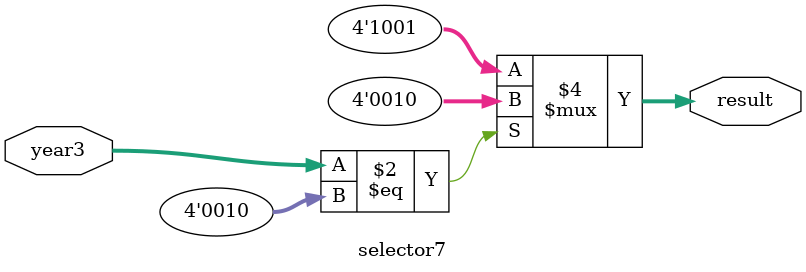
<source format=v>
`timescale 1ns / 1ps


module selector7(year3, result);
    input [3:0] year3;
    output [3:0] result;
    
    reg [3:0] result;
    
    always @* begin
        if(year3 == 4'd2) result = 4'd2;
        else result = 4'd9;
    end
endmodule

</source>
